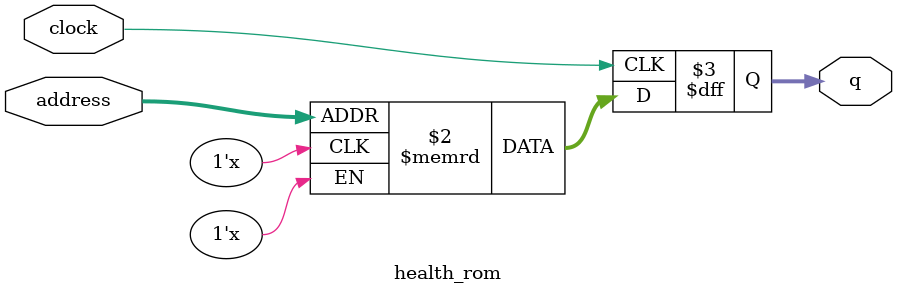
<source format=sv>
module health_rom (
	input logic clock,
	input logic [9:0] address,
	output logic [7:0] q
);

logic [7:0] memory [0:1023] /* synthesis ram_init_file = "./health/health.mif" */;

always_ff @ (posedge clock) begin
	q <= memory[address];
end

endmodule

</source>
